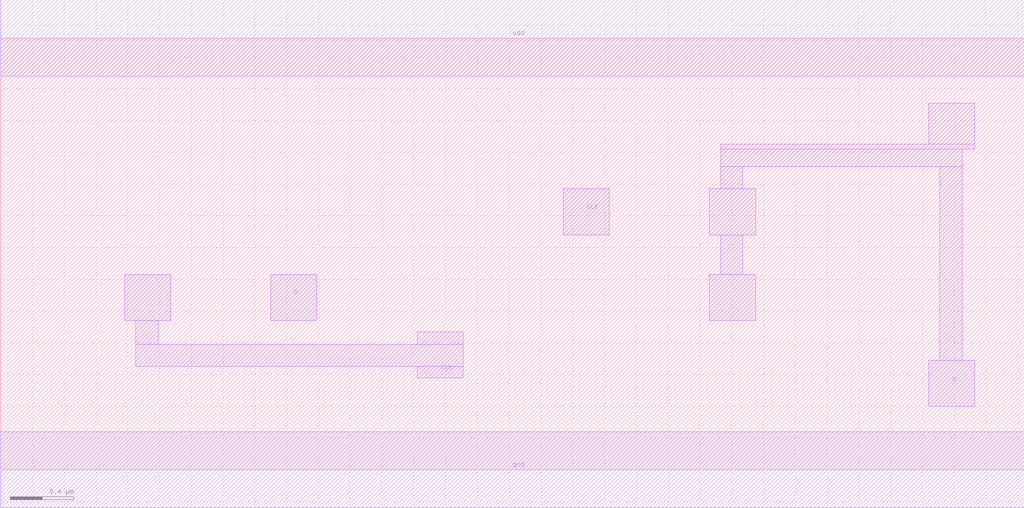
<source format=lef>
VERSION 5.7 ;
  NOWIREEXTENSIONATPIN ON ;
  DIVIDERCHAR "/" ;
  BUSBITCHARS "[]" ;
MACRO LATCH
  CLASS CORE ;
  FOREIGN LATCH ;
  ORIGIN 0.000 0.000 ;
  SIZE 6.440 BY 2.720 ;
  SYMMETRY X Y R90 ;
  SITE unithd ;
  PIN vdd
    DIRECTION INOUT ;
    USE POWER ;
    SHAPE ABUTMENT ;
    PORT
      LAYER met1 ;
        RECT 0.000 2.480 6.440 2.960 ;
    END
  END vdd
  PIN gnd
    DIRECTION INOUT ;
    USE GROUND ;
    SHAPE ABUTMENT ;
    PORT
      LAYER met1 ;
        RECT 0.000 -0.240 6.440 0.240 ;
    END
  END gnd
  PIN Q
    DIRECTION INOUT ;
    USE SIGNAL ;
    SHAPE ABUTMENT ;
    PORT
      LAYER met1 ;
        RECT 5.840 2.050 6.130 2.310 ;
        RECT 4.530 2.020 6.130 2.050 ;
        RECT 4.530 1.910 6.050 2.020 ;
        RECT 4.530 1.770 4.670 1.910 ;
        RECT 4.460 1.480 4.750 1.770 ;
        RECT 4.530 1.230 4.670 1.480 ;
        RECT 4.460 0.940 4.750 1.230 ;
        RECT 5.910 0.690 6.050 1.910 ;
        RECT 5.840 0.400 6.130 0.690 ;
    END
  END Q
  PIN CLK
    DIRECTION INOUT ;
    USE SIGNAL ;
    SHAPE ABUTMENT ;
    PORT
      LAYER met1 ;
        RECT 3.540 1.480 3.830 1.770 ;
    END
    PORT
      LAYER met1 ;
        RECT 0.780 0.940 1.070 1.230 ;
        RECT 0.850 0.790 0.990 0.940 ;
        RECT 2.620 0.790 2.910 0.870 ;
        RECT 0.850 0.650 2.910 0.790 ;
        RECT 2.620 0.580 2.910 0.650 ;
    END
  END CLK
  PIN D
    DIRECTION INOUT ;
    USE SIGNAL ;
    SHAPE ABUTMENT ;
    PORT
      LAYER met1 ;
        RECT 1.700 0.940 1.990 1.230 ;
    END
  END D
END LATCH
END LIBRARY


</source>
